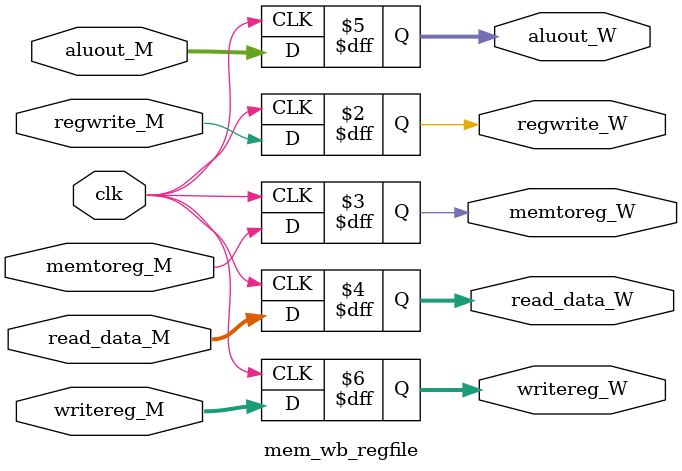
<source format=v>
module mem_wb_regfile (input clk,
		       input regwrite_M,
		       input memtoreg_M,
		       input [31:0] read_data_M,
		       input [31:0] aluout_M,
		       input [4:0] writereg_M,
		       output reg regwrite_W,
		       output reg memtoreg_W,
		       output reg [31:0] read_data_W,
		       output reg [31:0] aluout_W,
		       output reg [4:0] writereg_W);


    always @(posedge clk)
    begin
	    regwrite_W <= regwrite_M;
	    memtoreg_W <= memtoreg_M;
	    read_data_W <= read_data_M;
	    aluout_W   <= aluout_M;
	    writereg_W <= writereg_M;
    end 

endmodule



</source>
